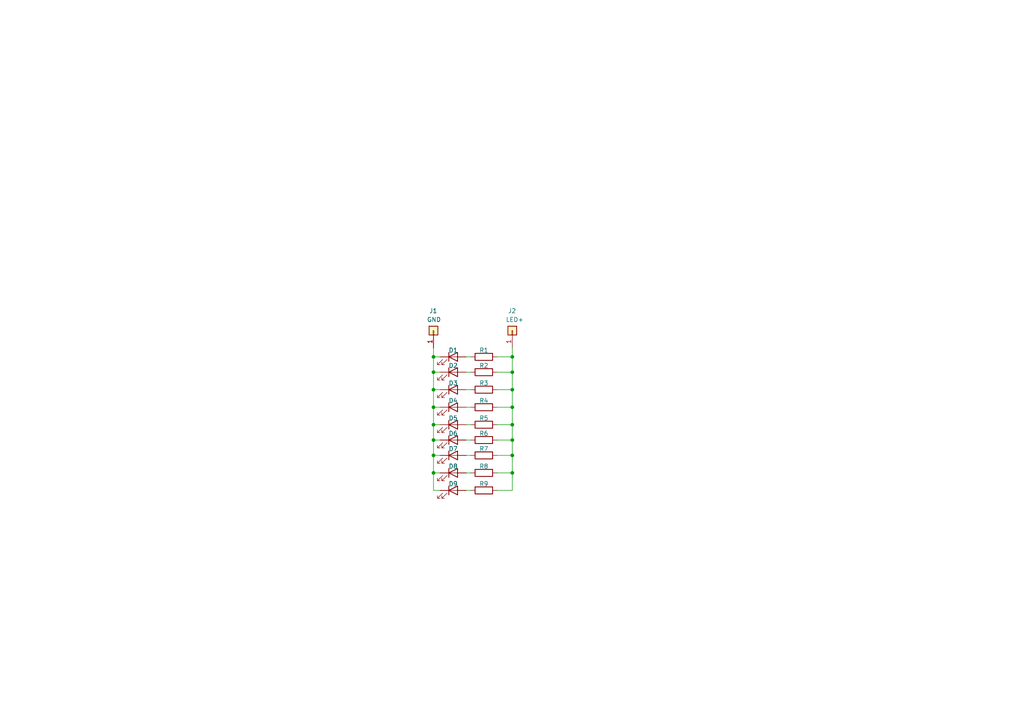
<source format=kicad_sch>
(kicad_sch (version 20230121) (generator eeschema)
  (paper "A4")
  (lib_symbols
    (symbol "Connector_Generic:Conn_01x01" (pin_names (offset 1.016) hide)
      (property "Reference" "J" (at 0 2.54 0))
      (property "Value" "Conn_01x01" (at 0 -2.54 0))
      (symbol "Conn_01x01_1_1"
        (rectangle (start -1.27 0.127) (end 0 -0.127) (stroke (width 0.1524)))
        (rectangle (start -1.27 1.27) (end 1.27 -1.27) (stroke (width 0.254)) (fill (type background)))
        (pin passive line (at -5.08 0 0) (length 3.81) (name "Pin_1") (number "1"))
      )
    )
    (symbol "Device:LED" (pin_numbers hide) (pin_names (offset 1.016) hide)
      (property "Reference" "D" (at 0 2.54 0))
      (property "Value" "LED" (at 0 -2.54 0))
      (symbol "LED_0_1"
        (polyline (pts (xy -1.27 -1.27) (xy -1.27 1.27)) (stroke (width 0.254)))
        (polyline (pts (xy -1.27 0) (xy 1.27 0)))
        (polyline (pts (xy 1.27 -1.27) (xy 1.27 1.27) (xy -1.27 0) (xy 1.27 -1.27)) (stroke (width 0.254)))
        (polyline (pts (xy -3.048 -0.762) (xy -4.572 -2.286) (xy -3.81 -2.286) (xy -4.572 -2.286) (xy -4.572 -1.524)))
        (polyline (pts (xy -1.778 -0.762) (xy -3.302 -2.286) (xy -2.54 -2.286) (xy -3.302 -2.286) (xy -3.302 -1.524)))
      )
      (symbol "LED_1_1"
        (pin passive line (at -3.81 0 0) (length 2.54) (name "K") (number "1"))
        (pin passive line (at 3.81 0 180) (length 2.54) (name "A") (number "2"))
      )
    )
    (symbol "Device:R" (pin_numbers hide) (pin_names (offset 0))
      (property "Reference" "R" (at 2.032 0 90))
      (property "Value" "R" (at 0 0 90))
      (symbol "R_0_1"
        (rectangle (start -1.016 -2.54) (end 1.016 2.54) (stroke (width 0.254)))
      )
      (symbol "R_1_1"
        (pin passive line (at 0 3.81 270) (length 1.27) (name "~") (number "1"))
        (pin passive line (at 0 -3.81 90) (length 1.27) (name "~") (number "2"))
      )
    )
  )
  (junction (at 125.73 132.08))
  (junction (at 125.73 113.03))
  (junction (at 125.73 118.11))
  (junction (at 148.59 127.635))
  (junction (at 125.73 103.505))
  (junction (at 148.59 118.11))
  (junction (at 125.73 107.95))
  (junction (at 125.73 127.635))
  (junction (at 148.59 107.95))
  (junction (at 148.59 103.505))
  (junction (at 148.59 113.03))
  (junction (at 148.59 123.19))
  (junction (at 125.73 123.19))
  (junction (at 125.73 137.16))
  (junction (at 148.59 137.16))
  (junction (at 148.59 132.08))
  (wire (pts (xy 135.255 107.95) (xy 136.525 107.95)))
  (wire (pts (xy 125.73 103.505) (xy 127.635 103.505)))
  (wire (pts (xy 135.255 103.505) (xy 136.525 103.505)))
  (wire (pts (xy 144.145 107.95) (xy 148.59 107.95)))
  (wire (pts (xy 127.635 107.95) (xy 125.73 107.95)))
  (wire (pts (xy 125.73 137.16) (xy 125.73 142.24)))
  (wire (pts (xy 144.145 132.08) (xy 148.59 132.08)))
  (wire (pts (xy 144.145 142.24) (xy 148.59 142.24)))
  (wire (pts (xy 148.59 113.03) (xy 148.59 107.95)))
  (wire (pts (xy 144.145 118.11) (xy 148.59 118.11)))
  (wire (pts (xy 148.59 123.19) (xy 148.59 118.11)))
  (wire (pts (xy 144.145 113.03) (xy 148.59 113.03)))
  (wire (pts (xy 148.59 118.11) (xy 148.59 113.03)))
  (wire (pts (xy 127.635 132.08) (xy 125.73 132.08)))
  (wire (pts (xy 125.73 127.635) (xy 127.635 127.635)))
  (wire (pts (xy 125.73 118.11) (xy 127.635 118.11)))
  (wire (pts (xy 144.145 127.635) (xy 148.59 127.635)))
  (wire (pts (xy 125.73 137.16) (xy 127.635 137.16)))
  (wire (pts (xy 135.255 142.24) (xy 136.525 142.24)))
  (wire (pts (xy 148.59 137.16) (xy 148.59 142.24)))
  (wire (pts (xy 125.73 123.19) (xy 125.73 127.635)))
  (wire (pts (xy 148.59 123.19) (xy 148.59 127.635)))
  (wire (pts (xy 125.73 100.965) (xy 125.73 103.505)))
  (wire (pts (xy 125.73 113.03) (xy 127.635 113.03)))
  (wire (pts (xy 144.145 123.19) (xy 148.59 123.19)))
  (wire (pts (xy 125.73 113.03) (xy 125.73 118.11)))
  (wire (pts (xy 144.145 137.16) (xy 148.59 137.16)))
  (wire (pts (xy 125.73 142.24) (xy 127.635 142.24)))
  (wire (pts (xy 148.59 132.08) (xy 148.59 137.16)))
  (wire (pts (xy 125.73 123.19) (xy 127.635 123.19)))
  (wire (pts (xy 125.73 103.505) (xy 125.73 107.95)))
  (wire (pts (xy 148.59 127.635) (xy 148.59 132.08)))
  (wire (pts (xy 135.255 123.19) (xy 136.525 123.19)))
  (wire (pts (xy 148.59 103.505) (xy 148.59 107.95)))
  (wire (pts (xy 148.59 100.965) (xy 148.59 103.505)))
  (wire (pts (xy 135.255 137.16) (xy 136.525 137.16)))
  (wire (pts (xy 135.255 132.08) (xy 136.525 132.08)))
  (wire (pts (xy 125.73 132.08) (xy 125.73 137.16)))
  (wire (pts (xy 135.255 127.635) (xy 136.525 127.635)))
  (wire (pts (xy 125.73 118.11) (xy 125.73 123.19)))
  (wire (pts (xy 144.145 103.505) (xy 148.59 103.505)))
  (wire (pts (xy 125.73 107.95) (xy 125.73 113.03)))
  (wire (pts (xy 125.73 127.635) (xy 125.73 132.08)))
  (wire (pts (xy 135.255 118.11) (xy 136.525 118.11)))
  (wire (pts (xy 135.255 113.03) (xy 136.525 113.03)))
  (symbol (lib_id "Device:LED") (at 131.445 123.19 0) (unit 1)
    (property "Reference" "D5" (at 131.445 121.285 0))
    (property "Value" "LED" (effects hide))
    (property "Footprint" "myDevices:GWJELMS1EMH2H6XX55165R33" (effects hide))
  )
  (symbol (lib_id "Device:LED") (at 131.445 137.16 0) (unit 1)
    (property "Reference" "D8" (at 131.445 135.255 0))
    (property "Value" "LED" (effects hide))
    (property "Footprint" "myDevices:GWJELMS1EMH2H6XX55165R33" (effects hide))
  )
  (symbol (lib_id "Device:LED") (at 131.445 127.635 0) (unit 1)
    (property "Reference" "D6" (at 131.445 125.73 0))
    (property "Value" "LED" (effects hide))
    (property "Footprint" "myDevices:GWJELMS1EMH2H6XX55165R33" (effects hide))
  )
  (symbol (lib_id "Device:R") (at 140.335 123.19 90) (unit 1)
    (property "Reference" "R5" (at 140.335 121.285 90))
    (property "Value" "4.7Ω" (effects hide))
    (property "Footprint" "Resistor_SMD:R_0805_2012Metric_Pad1.20x1.40mm_HandSolder" (effects hide))
  )
  (symbol (lib_id "Device:LED") (at 131.445 142.24 0) (unit 1)
    (property "Reference" "D9" (at 131.445 140.335 0))
    (property "Value" "LED" (effects hide))
    (property "Footprint" "myDevices:GWJELMS1EMH2H6XX55165R33" (effects hide))
  )
  (symbol (lib_id "Device:R") (at 140.335 107.95 90) (unit 1)
    (property "Reference" "R2" (at 140.335 106.045 90))
    (property "Value" "4.7Ω" (effects hide))
    (property "Footprint" "Resistor_SMD:R_0805_2012Metric_Pad1.20x1.40mm_HandSolder" (effects hide))
  )
  (symbol (lib_id "Device:LED") (at 131.445 107.95 0) (unit 1)
    (property "Reference" "D2" (at 131.445 106.045 0))
    (property "Value" "LED" (effects hide))
    (property "Footprint" "myDevices:GWJELMS1EMH2H6XX55165R33" (effects hide))
  )
  (symbol (lib_id "Device:LED") (at 131.445 103.505 0) (unit 1)
    (property "Reference" "D1" (at 131.445 101.6 0))
    (property "Value" "LED" (effects hide))
    (property "Footprint" "myDevices:GWJELMS1EMH2H6XX55165R33" (effects hide))
  )
  (symbol (lib_id "Device:R") (at 140.335 118.11 90) (unit 1)
    (property "Reference" "R4" (at 140.335 116.205 90))
    (property "Value" "4.7Ω" (effects hide))
    (property "Footprint" "Resistor_SMD:R_0805_2012Metric_Pad1.20x1.40mm_HandSolder" (effects hide))
  )
  (symbol (lib_id "Connector_Generic:Conn_01x01") (at 148.59 95.885 90) (unit 1)
    (property "Reference" "J2" (at 147.32 90.17 90) (effects (justify right)))
    (property "Value" "LED+" (at 146.685 92.71 90) (effects (justify right)))
    (property "Footprint" "TestPoint:TestPoint_Pad_D2.0mm" (effects hide))
  )
  (symbol (lib_id "Device:R") (at 140.335 132.08 90) (unit 1)
    (property "Reference" "R7" (at 140.335 130.175 90))
    (property "Value" "4.7Ω" (effects hide))
    (property "Footprint" "Resistor_SMD:R_0805_2012Metric_Pad1.20x1.40mm_HandSolder" (effects hide))
  )
  (symbol (lib_id "Device:R") (at 140.335 113.03 90) (unit 1)
    (property "Reference" "R3" (at 140.335 111.125 90))
    (property "Value" "4.7Ω" (effects hide))
    (property "Footprint" "Resistor_SMD:R_0805_2012Metric_Pad1.20x1.40mm_HandSolder" (effects hide))
  )
  (symbol (lib_id "Device:R") (at 140.335 103.505 90) (unit 1)
    (property "Reference" "R1" (at 140.335 101.6 90))
    (property "Value" "4.7Ω" (effects hide))
    (property "Footprint" "Resistor_SMD:R_0805_2012Metric_Pad1.20x1.40mm_HandSolder" (effects hide))
  )
  (symbol (lib_id "Device:R") (at 140.335 142.24 90) (unit 1)
    (property "Reference" "R9" (at 140.335 140.335 90))
    (property "Value" "4.7Ω" (effects hide))
    (property "Footprint" "Resistor_SMD:R_0805_2012Metric_Pad1.20x1.40mm_HandSolder" (effects hide))
  )
  (symbol (lib_id "Device:LED") (at 131.445 118.11 0) (unit 1)
    (property "Reference" "D4" (at 131.445 116.205 0))
    (property "Value" "LED" (effects hide))
    (property "Footprint" "myDevices:GWJELMS1EMH2H6XX55165R33" (effects hide))
  )
  (symbol (lib_id "Connector_Generic:Conn_01x01") (at 125.73 95.885 90) (unit 1)
    (property "Reference" "J1" (at 124.46 90.17 90) (effects (justify right)))
    (property "Value" "GND" (at 123.825 92.71 90) (effects (justify right)))
    (property "Footprint" "TestPoint:TestPoint_Pad_D2.0mm" (effects hide))
  )
  (symbol (lib_id "Device:LED") (at 131.445 113.03 0) (unit 1)
    (property "Reference" "D3" (at 131.445 111.125 0))
    (property "Value" "LED" (effects hide))
    (property "Footprint" "myDevices:GWJELMS1EMH2H6XX55165R33" (effects hide))
  )
  (symbol (lib_id "Device:R") (at 140.335 137.16 90) (unit 1)
    (property "Reference" "R8" (at 140.335 135.255 90))
    (property "Value" "4.7Ω" (effects hide))
    (property "Footprint" "Resistor_SMD:R_0805_2012Metric_Pad1.20x1.40mm_HandSolder" (effects hide))
  )
  (symbol (lib_id "Device:LED") (at 131.445 132.08 0) (unit 1)
    (property "Reference" "D7" (at 131.445 130.175 0))
    (property "Value" "LED" (effects hide))
    (property "Footprint" "myDevices:GWJELMS1EMH2H6XX55165R33" (effects hide))
  )
  (symbol (lib_id "Device:R") (at 140.335 127.635 90) (unit 1)
    (property "Reference" "R6" (at 140.335 125.73 90))
    (property "Value" "4.7Ω" (effects hide))
    (property "Footprint" "Resistor_SMD:R_0805_2012Metric_Pad1.20x1.40mm_HandSolder" (effects hide))
  )
)
</source>
